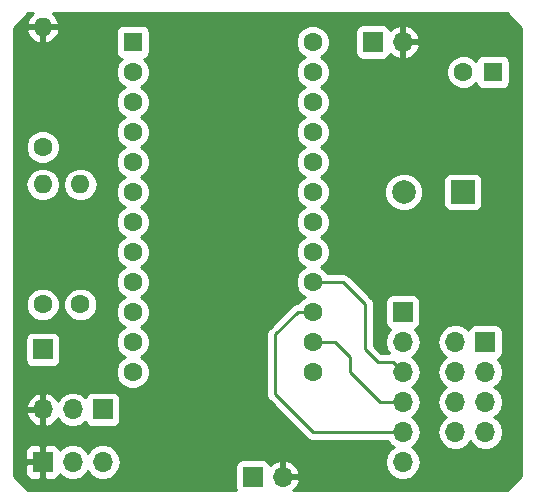
<source format=gbr>
G04 #@! TF.GenerationSoftware,KiCad,Pcbnew,5.0.1*
G04 #@! TF.CreationDate,2019-02-03T14:29:02+01:00*
G04 #@! TF.ProjectId,ardlantic,6172646C616E7469632E6B696361645F,rev?*
G04 #@! TF.SameCoordinates,Original*
G04 #@! TF.FileFunction,Copper,L2,Bot,Signal*
G04 #@! TF.FilePolarity,Positive*
%FSLAX46Y46*%
G04 Gerber Fmt 4.6, Leading zero omitted, Abs format (unit mm)*
G04 Created by KiCad (PCBNEW 5.0.1) date Sun 03 Feb 2019 02:29:02 PM CET*
%MOMM*%
%LPD*%
G01*
G04 APERTURE LIST*
G04 #@! TA.AperFunction,ComponentPad*
%ADD10R,2.000000X2.000000*%
G04 #@! TD*
G04 #@! TA.AperFunction,ComponentPad*
%ADD11C,2.000000*%
G04 #@! TD*
G04 #@! TA.AperFunction,ComponentPad*
%ADD12O,1.700000X1.700000*%
G04 #@! TD*
G04 #@! TA.AperFunction,ComponentPad*
%ADD13R,1.700000X1.700000*%
G04 #@! TD*
G04 #@! TA.AperFunction,ComponentPad*
%ADD14C,1.600000*%
G04 #@! TD*
G04 #@! TA.AperFunction,ComponentPad*
%ADD15O,1.600000X1.600000*%
G04 #@! TD*
G04 #@! TA.AperFunction,ComponentPad*
%ADD16R,1.600000X1.600000*%
G04 #@! TD*
G04 #@! TA.AperFunction,Conductor*
%ADD17C,0.250000*%
G04 #@! TD*
G04 #@! TA.AperFunction,Conductor*
%ADD18C,0.254000*%
G04 #@! TD*
G04 APERTURE END LIST*
D10*
G04 #@! TO.P,C1,1*
G04 #@! TO.N,Net-(C1-Pad1)*
X137160000Y-66040000D03*
D11*
G04 #@! TO.P,C1,2*
G04 #@! TO.N,/GND_NRF*
X132160000Y-66040000D03*
G04 #@! TD*
D12*
G04 #@! TO.P,J1 (DC),2*
G04 #@! TO.N,GND*
X132080000Y-53340000D03*
D13*
G04 #@! TO.P,J1 (DC),1*
G04 #@! TO.N,/VDC*
X129540000Y-53340000D03*
G04 #@! TD*
G04 #@! TO.P,J2,1*
G04 #@! TO.N,Net-(J2-Pad1)*
X101600000Y-79375000D03*
G04 #@! TD*
D12*
G04 #@! TO.P,J3 (IR),3*
G04 #@! TO.N,/DAT*
X106680000Y-88900000D03*
G04 #@! TO.P,J3 (IR),2*
G04 #@! TO.N,/VCC*
X104140000Y-88900000D03*
D13*
G04 #@! TO.P,J3 (IR),1*
G04 #@! TO.N,GND*
X101600000Y-88900000D03*
G04 #@! TD*
D12*
G04 #@! TO.P,J4,6*
G04 #@! TO.N,Net-(J4-Pad6)*
X132080000Y-88900000D03*
G04 #@! TO.P,J4,5*
G04 #@! TO.N,/M1*
X132080000Y-86360000D03*
G04 #@! TO.P,J4,4*
G04 #@! TO.N,/M0*
X132080000Y-83820000D03*
G04 #@! TO.P,J4,3*
G04 #@! TO.N,/SCK*
X132080000Y-81280000D03*
G04 #@! TO.P,J4,2*
G04 #@! TO.N,/CS*
X132080000Y-78740000D03*
D13*
G04 #@! TO.P,J4,1*
G04 #@! TO.N,/CE*
X132080000Y-76200000D03*
G04 #@! TD*
D12*
G04 #@! TO.P,J6,8*
G04 #@! TO.N,/M1_NRF*
X136525000Y-86360000D03*
G04 #@! TO.P,J6,7*
G04 #@! TO.N,Net-(J6-Pad7)*
X139065000Y-86360000D03*
G04 #@! TO.P,J6,6*
G04 #@! TO.N,/SCK_NRF*
X136525000Y-83820000D03*
G04 #@! TO.P,J6,5*
G04 #@! TO.N,Net-(J6-Pad5)*
X139065000Y-83820000D03*
G04 #@! TO.P,J6,4*
G04 #@! TO.N,/CE_NRF*
X136525000Y-81280000D03*
G04 #@! TO.P,J6,3*
G04 #@! TO.N,Net-(J6-Pad3)*
X139065000Y-81280000D03*
G04 #@! TO.P,J6,2*
G04 #@! TO.N,/GND_NRF*
X136525000Y-78740000D03*
D13*
G04 #@! TO.P,J6,1*
G04 #@! TO.N,Net-(C1-Pad1)*
X139065000Y-78740000D03*
G04 #@! TD*
G04 #@! TO.P,J5,1*
G04 #@! TO.N,/VCC*
X119380000Y-90170000D03*
D12*
G04 #@! TO.P,J5,2*
G04 #@! TO.N,GND*
X121920000Y-90170000D03*
G04 #@! TD*
D14*
G04 #@! TO.P,R1,1*
G04 #@! TO.N,Net-(J2-Pad1)*
X101600000Y-75565000D03*
D15*
G04 #@! TO.P,R1,2*
G04 #@! TO.N,Net-(R1-Pad2)*
X101600000Y-65405000D03*
G04 #@! TD*
G04 #@! TO.P,R2,2*
G04 #@! TO.N,GND*
X101600000Y-52070000D03*
D14*
G04 #@! TO.P,R2,1*
G04 #@! TO.N,Net-(R1-Pad2)*
X101600000Y-62230000D03*
G04 #@! TD*
D16*
G04 #@! TO.P,U1,1*
G04 #@! TO.N,Net-(U1-Pad1)*
X109220000Y-53340000D03*
D14*
G04 #@! TO.P,U1,2*
G04 #@! TO.N,Net-(U1-Pad2)*
X109220000Y-55880000D03*
G04 #@! TO.P,U1,3*
G04 #@! TO.N,/TDATA*
X109220000Y-58420000D03*
G04 #@! TO.P,U1,4*
G04 #@! TO.N,Net-(U1-Pad4)*
X109220000Y-60960000D03*
G04 #@! TO.P,U1,5*
G04 #@! TO.N,/CE*
X109220000Y-63500000D03*
G04 #@! TO.P,U1,6*
G04 #@! TO.N,/CS*
X109220000Y-66040000D03*
G04 #@! TO.P,U1,7*
G04 #@! TO.N,Net-(U1-Pad7)*
X109220000Y-68580000D03*
G04 #@! TO.P,U1,8*
G04 #@! TO.N,Net-(U1-Pad8)*
X109220000Y-71120000D03*
G04 #@! TO.P,U1,9*
G04 #@! TO.N,Net-(U1-Pad9)*
X109220000Y-73660000D03*
G04 #@! TO.P,U1,10*
G04 #@! TO.N,Net-(U1-Pad10)*
X109220000Y-76200000D03*
G04 #@! TO.P,U1,11*
G04 #@! TO.N,Net-(U1-Pad11)*
X109220000Y-78740000D03*
G04 #@! TO.P,U1,12*
G04 #@! TO.N,/DAT*
X109220000Y-81280000D03*
G04 #@! TO.P,U1,13*
G04 #@! TO.N,Net-(U1-Pad13)*
X124460000Y-81280000D03*
G04 #@! TO.P,U1,14*
G04 #@! TO.N,/M0*
X124460000Y-78740000D03*
G04 #@! TO.P,U1,15*
G04 #@! TO.N,/M1*
X124460000Y-76200000D03*
G04 #@! TO.P,U1,16*
G04 #@! TO.N,/SCK*
X124460000Y-73660000D03*
G04 #@! TO.P,U1,17*
G04 #@! TO.N,Net-(U1-Pad17)*
X124460000Y-71120000D03*
G04 #@! TO.P,U1,18*
G04 #@! TO.N,Net-(U1-Pad18)*
X124460000Y-68580000D03*
G04 #@! TO.P,U1,19*
G04 #@! TO.N,Net-(R1-Pad2)*
X124460000Y-66040000D03*
G04 #@! TO.P,U1,20*
G04 #@! TO.N,Net-(U1-Pad20)*
X124460000Y-63500000D03*
G04 #@! TO.P,U1,21*
G04 #@! TO.N,/VCC*
X124460000Y-60960000D03*
G04 #@! TO.P,U1,22*
G04 #@! TO.N,Net-(U1-Pad22)*
X124460000Y-58420000D03*
G04 #@! TO.P,U1,23*
G04 #@! TO.N,Net-(U1-Pad23)*
X124460000Y-55880000D03*
G04 #@! TO.P,U1,24*
G04 #@! TO.N,/VDC*
X124460000Y-53340000D03*
G04 #@! TD*
D16*
G04 #@! TO.P,C2,1*
G04 #@! TO.N,Net-(C1-Pad1)*
X139700000Y-55880000D03*
D14*
G04 #@! TO.P,C2,2*
G04 #@! TO.N,/GND_NRF*
X137200000Y-55880000D03*
G04 #@! TD*
D13*
G04 #@! TO.P,J7 (TEMP),1*
G04 #@! TO.N,/VCC*
X106680000Y-84455000D03*
D12*
G04 #@! TO.P,J7 (TEMP),2*
G04 #@! TO.N,/TDATA*
X104140000Y-84455000D03*
G04 #@! TO.P,J7 (TEMP),3*
G04 #@! TO.N,GND*
X101600000Y-84455000D03*
G04 #@! TD*
D14*
G04 #@! TO.P,R3,1*
G04 #@! TO.N,/TDATA*
X104775000Y-75565000D03*
D15*
G04 #@! TO.P,R3,2*
G04 #@! TO.N,/VCC*
X104775000Y-65405000D03*
G04 #@! TD*
D17*
G04 #@! TO.N,/SCK*
X131230001Y-80430001D02*
X129960001Y-80430001D01*
X132080000Y-81280000D02*
X131230001Y-80430001D01*
X129960001Y-80430001D02*
X128905000Y-79375000D01*
X128905000Y-79375000D02*
X128905000Y-75565000D01*
X127000000Y-73660000D02*
X124460000Y-73660000D01*
X128905000Y-75565000D02*
X127000000Y-73660000D01*
G04 #@! TO.N,/M0*
X132080000Y-83820000D02*
X130175000Y-83820000D01*
X130175000Y-83820000D02*
X127635000Y-81280000D01*
X127635000Y-81280000D02*
X127635000Y-80010000D01*
X127635000Y-80010000D02*
X126365000Y-78740000D01*
X126365000Y-78740000D02*
X124460000Y-78740000D01*
G04 #@! TO.N,/M1*
X123190000Y-76200000D02*
X124460000Y-76200000D01*
X121285000Y-78105000D02*
X123190000Y-76200000D01*
X121285000Y-83185000D02*
X121285000Y-78105000D01*
X132080000Y-86360000D02*
X124460000Y-86360000D01*
X124460000Y-86360000D02*
X121285000Y-83185000D01*
G04 #@! TD*
D18*
G04 #@! TO.N,GND*
G36*
X100447611Y-51214866D02*
X100208086Y-51720959D01*
X100329371Y-51943000D01*
X101473000Y-51943000D01*
X101473000Y-51923000D01*
X101727000Y-51923000D01*
X101727000Y-51943000D01*
X102870629Y-51943000D01*
X102991914Y-51720959D01*
X102752389Y-51214866D01*
X102434612Y-50927000D01*
X140917394Y-50927000D01*
X142113000Y-52122606D01*
X142113000Y-90117394D01*
X140917394Y-91313000D01*
X122828085Y-91313000D01*
X123115183Y-91051358D01*
X123361486Y-90526892D01*
X123240819Y-90297000D01*
X122047000Y-90297000D01*
X122047000Y-90317000D01*
X121793000Y-90317000D01*
X121793000Y-90297000D01*
X121773000Y-90297000D01*
X121773000Y-90043000D01*
X121793000Y-90043000D01*
X121793000Y-88849845D01*
X122047000Y-88849845D01*
X122047000Y-90043000D01*
X123240819Y-90043000D01*
X123361486Y-89813108D01*
X123115183Y-89288642D01*
X122686924Y-88898355D01*
X122276890Y-88728524D01*
X122047000Y-88849845D01*
X121793000Y-88849845D01*
X121563110Y-88728524D01*
X121153076Y-88898355D01*
X120848739Y-89175708D01*
X120828157Y-89072235D01*
X120687809Y-88862191D01*
X120477765Y-88721843D01*
X120230000Y-88672560D01*
X118530000Y-88672560D01*
X118282235Y-88721843D01*
X118072191Y-88862191D01*
X117931843Y-89072235D01*
X117882560Y-89320000D01*
X117882560Y-91020000D01*
X117931843Y-91267765D01*
X117962068Y-91313000D01*
X100382606Y-91313000D01*
X99187000Y-90117394D01*
X99187000Y-89185750D01*
X100115000Y-89185750D01*
X100115000Y-89876309D01*
X100211673Y-90109698D01*
X100390301Y-90288327D01*
X100623690Y-90385000D01*
X101314250Y-90385000D01*
X101473000Y-90226250D01*
X101473000Y-89027000D01*
X100273750Y-89027000D01*
X100115000Y-89185750D01*
X99187000Y-89185750D01*
X99187000Y-87923691D01*
X100115000Y-87923691D01*
X100115000Y-88614250D01*
X100273750Y-88773000D01*
X101473000Y-88773000D01*
X101473000Y-87573750D01*
X101727000Y-87573750D01*
X101727000Y-88773000D01*
X101747000Y-88773000D01*
X101747000Y-89027000D01*
X101727000Y-89027000D01*
X101727000Y-90226250D01*
X101885750Y-90385000D01*
X102576310Y-90385000D01*
X102809699Y-90288327D01*
X102988327Y-90109698D01*
X103054904Y-89948967D01*
X103069375Y-89970625D01*
X103560582Y-90298839D01*
X103993744Y-90385000D01*
X104286256Y-90385000D01*
X104719418Y-90298839D01*
X105210625Y-89970625D01*
X105410000Y-89672239D01*
X105609375Y-89970625D01*
X106100582Y-90298839D01*
X106533744Y-90385000D01*
X106826256Y-90385000D01*
X107259418Y-90298839D01*
X107750625Y-89970625D01*
X108078839Y-89479418D01*
X108194092Y-88900000D01*
X108078839Y-88320582D01*
X107750625Y-87829375D01*
X107259418Y-87501161D01*
X106826256Y-87415000D01*
X106533744Y-87415000D01*
X106100582Y-87501161D01*
X105609375Y-87829375D01*
X105410000Y-88127761D01*
X105210625Y-87829375D01*
X104719418Y-87501161D01*
X104286256Y-87415000D01*
X103993744Y-87415000D01*
X103560582Y-87501161D01*
X103069375Y-87829375D01*
X103054904Y-87851033D01*
X102988327Y-87690302D01*
X102809699Y-87511673D01*
X102576310Y-87415000D01*
X101885750Y-87415000D01*
X101727000Y-87573750D01*
X101473000Y-87573750D01*
X101314250Y-87415000D01*
X100623690Y-87415000D01*
X100390301Y-87511673D01*
X100211673Y-87690302D01*
X100115000Y-87923691D01*
X99187000Y-87923691D01*
X99187000Y-84811892D01*
X100158514Y-84811892D01*
X100404817Y-85336358D01*
X100833076Y-85726645D01*
X101243110Y-85896476D01*
X101473000Y-85775155D01*
X101473000Y-84582000D01*
X100279181Y-84582000D01*
X100158514Y-84811892D01*
X99187000Y-84811892D01*
X99187000Y-84098108D01*
X100158514Y-84098108D01*
X100279181Y-84328000D01*
X101473000Y-84328000D01*
X101473000Y-83134845D01*
X101727000Y-83134845D01*
X101727000Y-84328000D01*
X101747000Y-84328000D01*
X101747000Y-84582000D01*
X101727000Y-84582000D01*
X101727000Y-85775155D01*
X101956890Y-85896476D01*
X102366924Y-85726645D01*
X102795183Y-85336358D01*
X102856157Y-85206522D01*
X103069375Y-85525625D01*
X103560582Y-85853839D01*
X103993744Y-85940000D01*
X104286256Y-85940000D01*
X104719418Y-85853839D01*
X105210625Y-85525625D01*
X105222816Y-85507381D01*
X105231843Y-85552765D01*
X105372191Y-85762809D01*
X105582235Y-85903157D01*
X105830000Y-85952440D01*
X107530000Y-85952440D01*
X107777765Y-85903157D01*
X107987809Y-85762809D01*
X108128157Y-85552765D01*
X108177440Y-85305000D01*
X108177440Y-83605000D01*
X108128157Y-83357235D01*
X107987809Y-83147191D01*
X107777765Y-83006843D01*
X107530000Y-82957560D01*
X105830000Y-82957560D01*
X105582235Y-83006843D01*
X105372191Y-83147191D01*
X105231843Y-83357235D01*
X105222816Y-83402619D01*
X105210625Y-83384375D01*
X104719418Y-83056161D01*
X104286256Y-82970000D01*
X103993744Y-82970000D01*
X103560582Y-83056161D01*
X103069375Y-83384375D01*
X102856157Y-83703478D01*
X102795183Y-83573642D01*
X102366924Y-83183355D01*
X101956890Y-83013524D01*
X101727000Y-83134845D01*
X101473000Y-83134845D01*
X101243110Y-83013524D01*
X100833076Y-83183355D01*
X100404817Y-83573642D01*
X100158514Y-84098108D01*
X99187000Y-84098108D01*
X99187000Y-78525000D01*
X100102560Y-78525000D01*
X100102560Y-80225000D01*
X100151843Y-80472765D01*
X100292191Y-80682809D01*
X100502235Y-80823157D01*
X100750000Y-80872440D01*
X102450000Y-80872440D01*
X102697765Y-80823157D01*
X102907809Y-80682809D01*
X103048157Y-80472765D01*
X103097440Y-80225000D01*
X103097440Y-78525000D01*
X103048157Y-78277235D01*
X102907809Y-78067191D01*
X102697765Y-77926843D01*
X102450000Y-77877560D01*
X100750000Y-77877560D01*
X100502235Y-77926843D01*
X100292191Y-78067191D01*
X100151843Y-78277235D01*
X100102560Y-78525000D01*
X99187000Y-78525000D01*
X99187000Y-75279561D01*
X100165000Y-75279561D01*
X100165000Y-75850439D01*
X100383466Y-76377862D01*
X100787138Y-76781534D01*
X101314561Y-77000000D01*
X101885439Y-77000000D01*
X102412862Y-76781534D01*
X102816534Y-76377862D01*
X103035000Y-75850439D01*
X103035000Y-75279561D01*
X103340000Y-75279561D01*
X103340000Y-75850439D01*
X103558466Y-76377862D01*
X103962138Y-76781534D01*
X104489561Y-77000000D01*
X105060439Y-77000000D01*
X105587862Y-76781534D01*
X105991534Y-76377862D01*
X106210000Y-75850439D01*
X106210000Y-75279561D01*
X105991534Y-74752138D01*
X105587862Y-74348466D01*
X105060439Y-74130000D01*
X104489561Y-74130000D01*
X103962138Y-74348466D01*
X103558466Y-74752138D01*
X103340000Y-75279561D01*
X103035000Y-75279561D01*
X102816534Y-74752138D01*
X102412862Y-74348466D01*
X101885439Y-74130000D01*
X101314561Y-74130000D01*
X100787138Y-74348466D01*
X100383466Y-74752138D01*
X100165000Y-75279561D01*
X99187000Y-75279561D01*
X99187000Y-65405000D01*
X100136887Y-65405000D01*
X100248260Y-65964909D01*
X100565423Y-66439577D01*
X101040091Y-66756740D01*
X101458667Y-66840000D01*
X101741333Y-66840000D01*
X102159909Y-66756740D01*
X102634577Y-66439577D01*
X102951740Y-65964909D01*
X103063113Y-65405000D01*
X103311887Y-65405000D01*
X103423260Y-65964909D01*
X103740423Y-66439577D01*
X104215091Y-66756740D01*
X104633667Y-66840000D01*
X104916333Y-66840000D01*
X105334909Y-66756740D01*
X105809577Y-66439577D01*
X106126740Y-65964909D01*
X106238113Y-65405000D01*
X106126740Y-64845091D01*
X105809577Y-64370423D01*
X105334909Y-64053260D01*
X104916333Y-63970000D01*
X104633667Y-63970000D01*
X104215091Y-64053260D01*
X103740423Y-64370423D01*
X103423260Y-64845091D01*
X103311887Y-65405000D01*
X103063113Y-65405000D01*
X102951740Y-64845091D01*
X102634577Y-64370423D01*
X102159909Y-64053260D01*
X101741333Y-63970000D01*
X101458667Y-63970000D01*
X101040091Y-64053260D01*
X100565423Y-64370423D01*
X100248260Y-64845091D01*
X100136887Y-65405000D01*
X99187000Y-65405000D01*
X99187000Y-61944561D01*
X100165000Y-61944561D01*
X100165000Y-62515439D01*
X100383466Y-63042862D01*
X100787138Y-63446534D01*
X101314561Y-63665000D01*
X101885439Y-63665000D01*
X102412862Y-63446534D01*
X102816534Y-63042862D01*
X103035000Y-62515439D01*
X103035000Y-61944561D01*
X102816534Y-61417138D01*
X102412862Y-61013466D01*
X101885439Y-60795000D01*
X101314561Y-60795000D01*
X100787138Y-61013466D01*
X100383466Y-61417138D01*
X100165000Y-61944561D01*
X99187000Y-61944561D01*
X99187000Y-52419041D01*
X100208086Y-52419041D01*
X100447611Y-52925134D01*
X100862577Y-53301041D01*
X101250961Y-53461904D01*
X101473000Y-53339915D01*
X101473000Y-52197000D01*
X101727000Y-52197000D01*
X101727000Y-53339915D01*
X101949039Y-53461904D01*
X102337423Y-53301041D01*
X102752389Y-52925134D01*
X102934666Y-52540000D01*
X107772560Y-52540000D01*
X107772560Y-54140000D01*
X107821843Y-54387765D01*
X107962191Y-54597809D01*
X108172235Y-54738157D01*
X108305866Y-54764738D01*
X108003466Y-55067138D01*
X107785000Y-55594561D01*
X107785000Y-56165439D01*
X108003466Y-56692862D01*
X108407138Y-57096534D01*
X108536216Y-57150000D01*
X108407138Y-57203466D01*
X108003466Y-57607138D01*
X107785000Y-58134561D01*
X107785000Y-58705439D01*
X108003466Y-59232862D01*
X108407138Y-59636534D01*
X108536216Y-59690000D01*
X108407138Y-59743466D01*
X108003466Y-60147138D01*
X107785000Y-60674561D01*
X107785000Y-61245439D01*
X108003466Y-61772862D01*
X108407138Y-62176534D01*
X108536216Y-62230000D01*
X108407138Y-62283466D01*
X108003466Y-62687138D01*
X107785000Y-63214561D01*
X107785000Y-63785439D01*
X108003466Y-64312862D01*
X108407138Y-64716534D01*
X108536216Y-64770000D01*
X108407138Y-64823466D01*
X108003466Y-65227138D01*
X107785000Y-65754561D01*
X107785000Y-66325439D01*
X108003466Y-66852862D01*
X108407138Y-67256534D01*
X108536216Y-67310000D01*
X108407138Y-67363466D01*
X108003466Y-67767138D01*
X107785000Y-68294561D01*
X107785000Y-68865439D01*
X108003466Y-69392862D01*
X108407138Y-69796534D01*
X108536216Y-69850000D01*
X108407138Y-69903466D01*
X108003466Y-70307138D01*
X107785000Y-70834561D01*
X107785000Y-71405439D01*
X108003466Y-71932862D01*
X108407138Y-72336534D01*
X108536216Y-72390000D01*
X108407138Y-72443466D01*
X108003466Y-72847138D01*
X107785000Y-73374561D01*
X107785000Y-73945439D01*
X108003466Y-74472862D01*
X108407138Y-74876534D01*
X108536216Y-74930000D01*
X108407138Y-74983466D01*
X108003466Y-75387138D01*
X107785000Y-75914561D01*
X107785000Y-76485439D01*
X108003466Y-77012862D01*
X108407138Y-77416534D01*
X108536216Y-77470000D01*
X108407138Y-77523466D01*
X108003466Y-77927138D01*
X107785000Y-78454561D01*
X107785000Y-79025439D01*
X108003466Y-79552862D01*
X108407138Y-79956534D01*
X108536216Y-80010000D01*
X108407138Y-80063466D01*
X108003466Y-80467138D01*
X107785000Y-80994561D01*
X107785000Y-81565439D01*
X108003466Y-82092862D01*
X108407138Y-82496534D01*
X108934561Y-82715000D01*
X109505439Y-82715000D01*
X110032862Y-82496534D01*
X110436534Y-82092862D01*
X110655000Y-81565439D01*
X110655000Y-80994561D01*
X110436534Y-80467138D01*
X110032862Y-80063466D01*
X109903784Y-80010000D01*
X110032862Y-79956534D01*
X110436534Y-79552862D01*
X110655000Y-79025439D01*
X110655000Y-78454561D01*
X110510207Y-78105000D01*
X120510112Y-78105000D01*
X120525001Y-78179852D01*
X120525000Y-83110153D01*
X120510112Y-83185000D01*
X120525000Y-83259847D01*
X120525000Y-83259851D01*
X120569096Y-83481536D01*
X120737071Y-83732929D01*
X120800530Y-83775331D01*
X123869671Y-86844473D01*
X123912071Y-86907929D01*
X124163463Y-87075904D01*
X124385148Y-87120000D01*
X124385152Y-87120000D01*
X124459999Y-87134888D01*
X124534846Y-87120000D01*
X130801822Y-87120000D01*
X131009375Y-87430625D01*
X131307761Y-87630000D01*
X131009375Y-87829375D01*
X130681161Y-88320582D01*
X130565908Y-88900000D01*
X130681161Y-89479418D01*
X131009375Y-89970625D01*
X131500582Y-90298839D01*
X131933744Y-90385000D01*
X132226256Y-90385000D01*
X132659418Y-90298839D01*
X133150625Y-89970625D01*
X133478839Y-89479418D01*
X133594092Y-88900000D01*
X133478839Y-88320582D01*
X133150625Y-87829375D01*
X132852239Y-87630000D01*
X133150625Y-87430625D01*
X133478839Y-86939418D01*
X133594092Y-86360000D01*
X133478839Y-85780582D01*
X133150625Y-85289375D01*
X132852239Y-85090000D01*
X133150625Y-84890625D01*
X133478839Y-84399418D01*
X133594092Y-83820000D01*
X133478839Y-83240582D01*
X133150625Y-82749375D01*
X132852239Y-82550000D01*
X133150625Y-82350625D01*
X133478839Y-81859418D01*
X133594092Y-81280000D01*
X133478839Y-80700582D01*
X133150625Y-80209375D01*
X132852239Y-80010000D01*
X133150625Y-79810625D01*
X133478839Y-79319418D01*
X133594092Y-78740000D01*
X135010908Y-78740000D01*
X135126161Y-79319418D01*
X135454375Y-79810625D01*
X135752761Y-80010000D01*
X135454375Y-80209375D01*
X135126161Y-80700582D01*
X135010908Y-81280000D01*
X135126161Y-81859418D01*
X135454375Y-82350625D01*
X135752761Y-82550000D01*
X135454375Y-82749375D01*
X135126161Y-83240582D01*
X135010908Y-83820000D01*
X135126161Y-84399418D01*
X135454375Y-84890625D01*
X135752761Y-85090000D01*
X135454375Y-85289375D01*
X135126161Y-85780582D01*
X135010908Y-86360000D01*
X135126161Y-86939418D01*
X135454375Y-87430625D01*
X135945582Y-87758839D01*
X136378744Y-87845000D01*
X136671256Y-87845000D01*
X137104418Y-87758839D01*
X137595625Y-87430625D01*
X137795000Y-87132239D01*
X137994375Y-87430625D01*
X138485582Y-87758839D01*
X138918744Y-87845000D01*
X139211256Y-87845000D01*
X139644418Y-87758839D01*
X140135625Y-87430625D01*
X140463839Y-86939418D01*
X140579092Y-86360000D01*
X140463839Y-85780582D01*
X140135625Y-85289375D01*
X139837239Y-85090000D01*
X140135625Y-84890625D01*
X140463839Y-84399418D01*
X140579092Y-83820000D01*
X140463839Y-83240582D01*
X140135625Y-82749375D01*
X139837239Y-82550000D01*
X140135625Y-82350625D01*
X140463839Y-81859418D01*
X140579092Y-81280000D01*
X140463839Y-80700582D01*
X140135625Y-80209375D01*
X140117381Y-80197184D01*
X140162765Y-80188157D01*
X140372809Y-80047809D01*
X140513157Y-79837765D01*
X140562440Y-79590000D01*
X140562440Y-77890000D01*
X140513157Y-77642235D01*
X140372809Y-77432191D01*
X140162765Y-77291843D01*
X139915000Y-77242560D01*
X138215000Y-77242560D01*
X137967235Y-77291843D01*
X137757191Y-77432191D01*
X137616843Y-77642235D01*
X137607816Y-77687619D01*
X137595625Y-77669375D01*
X137104418Y-77341161D01*
X136671256Y-77255000D01*
X136378744Y-77255000D01*
X135945582Y-77341161D01*
X135454375Y-77669375D01*
X135126161Y-78160582D01*
X135010908Y-78740000D01*
X133594092Y-78740000D01*
X133478839Y-78160582D01*
X133150625Y-77669375D01*
X133132381Y-77657184D01*
X133177765Y-77648157D01*
X133387809Y-77507809D01*
X133528157Y-77297765D01*
X133577440Y-77050000D01*
X133577440Y-75350000D01*
X133528157Y-75102235D01*
X133387809Y-74892191D01*
X133177765Y-74751843D01*
X132930000Y-74702560D01*
X131230000Y-74702560D01*
X130982235Y-74751843D01*
X130772191Y-74892191D01*
X130631843Y-75102235D01*
X130582560Y-75350000D01*
X130582560Y-77050000D01*
X130631843Y-77297765D01*
X130772191Y-77507809D01*
X130982235Y-77648157D01*
X131027619Y-77657184D01*
X131009375Y-77669375D01*
X130681161Y-78160582D01*
X130565908Y-78740000D01*
X130681161Y-79319418D01*
X130915413Y-79670001D01*
X130274803Y-79670001D01*
X129665000Y-79060199D01*
X129665000Y-75639848D01*
X129679888Y-75565000D01*
X129665000Y-75490152D01*
X129665000Y-75490148D01*
X129620904Y-75268463D01*
X129620904Y-75268462D01*
X129495329Y-75080527D01*
X129452929Y-75017071D01*
X129389473Y-74974671D01*
X127590331Y-73175530D01*
X127547929Y-73112071D01*
X127296537Y-72944096D01*
X127074852Y-72900000D01*
X127074847Y-72900000D01*
X127000000Y-72885112D01*
X126925153Y-72900000D01*
X125698430Y-72900000D01*
X125676534Y-72847138D01*
X125272862Y-72443466D01*
X125143784Y-72390000D01*
X125272862Y-72336534D01*
X125676534Y-71932862D01*
X125895000Y-71405439D01*
X125895000Y-70834561D01*
X125676534Y-70307138D01*
X125272862Y-69903466D01*
X125143784Y-69850000D01*
X125272862Y-69796534D01*
X125676534Y-69392862D01*
X125895000Y-68865439D01*
X125895000Y-68294561D01*
X125676534Y-67767138D01*
X125272862Y-67363466D01*
X125143784Y-67310000D01*
X125272862Y-67256534D01*
X125676534Y-66852862D01*
X125895000Y-66325439D01*
X125895000Y-65754561D01*
X125878522Y-65714778D01*
X130525000Y-65714778D01*
X130525000Y-66365222D01*
X130773914Y-66966153D01*
X131233847Y-67426086D01*
X131834778Y-67675000D01*
X132485222Y-67675000D01*
X133086153Y-67426086D01*
X133546086Y-66966153D01*
X133795000Y-66365222D01*
X133795000Y-65714778D01*
X133546086Y-65113847D01*
X133472239Y-65040000D01*
X135512560Y-65040000D01*
X135512560Y-67040000D01*
X135561843Y-67287765D01*
X135702191Y-67497809D01*
X135912235Y-67638157D01*
X136160000Y-67687440D01*
X138160000Y-67687440D01*
X138407765Y-67638157D01*
X138617809Y-67497809D01*
X138758157Y-67287765D01*
X138807440Y-67040000D01*
X138807440Y-65040000D01*
X138758157Y-64792235D01*
X138617809Y-64582191D01*
X138407765Y-64441843D01*
X138160000Y-64392560D01*
X136160000Y-64392560D01*
X135912235Y-64441843D01*
X135702191Y-64582191D01*
X135561843Y-64792235D01*
X135512560Y-65040000D01*
X133472239Y-65040000D01*
X133086153Y-64653914D01*
X132485222Y-64405000D01*
X131834778Y-64405000D01*
X131233847Y-64653914D01*
X130773914Y-65113847D01*
X130525000Y-65714778D01*
X125878522Y-65714778D01*
X125676534Y-65227138D01*
X125272862Y-64823466D01*
X125143784Y-64770000D01*
X125272862Y-64716534D01*
X125676534Y-64312862D01*
X125895000Y-63785439D01*
X125895000Y-63214561D01*
X125676534Y-62687138D01*
X125272862Y-62283466D01*
X125143784Y-62230000D01*
X125272862Y-62176534D01*
X125676534Y-61772862D01*
X125895000Y-61245439D01*
X125895000Y-60674561D01*
X125676534Y-60147138D01*
X125272862Y-59743466D01*
X125143784Y-59690000D01*
X125272862Y-59636534D01*
X125676534Y-59232862D01*
X125895000Y-58705439D01*
X125895000Y-58134561D01*
X125676534Y-57607138D01*
X125272862Y-57203466D01*
X125143784Y-57150000D01*
X125272862Y-57096534D01*
X125676534Y-56692862D01*
X125895000Y-56165439D01*
X125895000Y-55594561D01*
X135765000Y-55594561D01*
X135765000Y-56165439D01*
X135983466Y-56692862D01*
X136387138Y-57096534D01*
X136914561Y-57315000D01*
X137485439Y-57315000D01*
X138012862Y-57096534D01*
X138281899Y-56827497D01*
X138301843Y-56927765D01*
X138442191Y-57137809D01*
X138652235Y-57278157D01*
X138900000Y-57327440D01*
X140500000Y-57327440D01*
X140747765Y-57278157D01*
X140957809Y-57137809D01*
X141098157Y-56927765D01*
X141147440Y-56680000D01*
X141147440Y-55080000D01*
X141098157Y-54832235D01*
X140957809Y-54622191D01*
X140747765Y-54481843D01*
X140500000Y-54432560D01*
X138900000Y-54432560D01*
X138652235Y-54481843D01*
X138442191Y-54622191D01*
X138301843Y-54832235D01*
X138281899Y-54932503D01*
X138012862Y-54663466D01*
X137485439Y-54445000D01*
X136914561Y-54445000D01*
X136387138Y-54663466D01*
X135983466Y-55067138D01*
X135765000Y-55594561D01*
X125895000Y-55594561D01*
X125676534Y-55067138D01*
X125272862Y-54663466D01*
X125143784Y-54610000D01*
X125272862Y-54556534D01*
X125676534Y-54152862D01*
X125895000Y-53625439D01*
X125895000Y-53054561D01*
X125676534Y-52527138D01*
X125639396Y-52490000D01*
X128042560Y-52490000D01*
X128042560Y-54190000D01*
X128091843Y-54437765D01*
X128232191Y-54647809D01*
X128442235Y-54788157D01*
X128690000Y-54837440D01*
X130390000Y-54837440D01*
X130637765Y-54788157D01*
X130847809Y-54647809D01*
X130988157Y-54437765D01*
X131008739Y-54334292D01*
X131313076Y-54611645D01*
X131723110Y-54781476D01*
X131953000Y-54660155D01*
X131953000Y-53467000D01*
X132207000Y-53467000D01*
X132207000Y-54660155D01*
X132436890Y-54781476D01*
X132846924Y-54611645D01*
X133275183Y-54221358D01*
X133521486Y-53696892D01*
X133400819Y-53467000D01*
X132207000Y-53467000D01*
X131953000Y-53467000D01*
X131933000Y-53467000D01*
X131933000Y-53213000D01*
X131953000Y-53213000D01*
X131953000Y-52019845D01*
X132207000Y-52019845D01*
X132207000Y-53213000D01*
X133400819Y-53213000D01*
X133521486Y-52983108D01*
X133275183Y-52458642D01*
X132846924Y-52068355D01*
X132436890Y-51898524D01*
X132207000Y-52019845D01*
X131953000Y-52019845D01*
X131723110Y-51898524D01*
X131313076Y-52068355D01*
X131008739Y-52345708D01*
X130988157Y-52242235D01*
X130847809Y-52032191D01*
X130637765Y-51891843D01*
X130390000Y-51842560D01*
X128690000Y-51842560D01*
X128442235Y-51891843D01*
X128232191Y-52032191D01*
X128091843Y-52242235D01*
X128042560Y-52490000D01*
X125639396Y-52490000D01*
X125272862Y-52123466D01*
X124745439Y-51905000D01*
X124174561Y-51905000D01*
X123647138Y-52123466D01*
X123243466Y-52527138D01*
X123025000Y-53054561D01*
X123025000Y-53625439D01*
X123243466Y-54152862D01*
X123647138Y-54556534D01*
X123776216Y-54610000D01*
X123647138Y-54663466D01*
X123243466Y-55067138D01*
X123025000Y-55594561D01*
X123025000Y-56165439D01*
X123243466Y-56692862D01*
X123647138Y-57096534D01*
X123776216Y-57150000D01*
X123647138Y-57203466D01*
X123243466Y-57607138D01*
X123025000Y-58134561D01*
X123025000Y-58705439D01*
X123243466Y-59232862D01*
X123647138Y-59636534D01*
X123776216Y-59690000D01*
X123647138Y-59743466D01*
X123243466Y-60147138D01*
X123025000Y-60674561D01*
X123025000Y-61245439D01*
X123243466Y-61772862D01*
X123647138Y-62176534D01*
X123776216Y-62230000D01*
X123647138Y-62283466D01*
X123243466Y-62687138D01*
X123025000Y-63214561D01*
X123025000Y-63785439D01*
X123243466Y-64312862D01*
X123647138Y-64716534D01*
X123776216Y-64770000D01*
X123647138Y-64823466D01*
X123243466Y-65227138D01*
X123025000Y-65754561D01*
X123025000Y-66325439D01*
X123243466Y-66852862D01*
X123647138Y-67256534D01*
X123776216Y-67310000D01*
X123647138Y-67363466D01*
X123243466Y-67767138D01*
X123025000Y-68294561D01*
X123025000Y-68865439D01*
X123243466Y-69392862D01*
X123647138Y-69796534D01*
X123776216Y-69850000D01*
X123647138Y-69903466D01*
X123243466Y-70307138D01*
X123025000Y-70834561D01*
X123025000Y-71405439D01*
X123243466Y-71932862D01*
X123647138Y-72336534D01*
X123776216Y-72390000D01*
X123647138Y-72443466D01*
X123243466Y-72847138D01*
X123025000Y-73374561D01*
X123025000Y-73945439D01*
X123243466Y-74472862D01*
X123647138Y-74876534D01*
X123776216Y-74930000D01*
X123647138Y-74983466D01*
X123243466Y-75387138D01*
X123224864Y-75432047D01*
X123190000Y-75425112D01*
X123115152Y-75440000D01*
X123115148Y-75440000D01*
X122941605Y-75474520D01*
X122893462Y-75484096D01*
X122706418Y-75609076D01*
X122642071Y-75652071D01*
X122599671Y-75715527D01*
X120800528Y-77514671D01*
X120737072Y-77557071D01*
X120569097Y-77808463D01*
X120537938Y-77965112D01*
X120510112Y-78105000D01*
X110510207Y-78105000D01*
X110436534Y-77927138D01*
X110032862Y-77523466D01*
X109903784Y-77470000D01*
X110032862Y-77416534D01*
X110436534Y-77012862D01*
X110655000Y-76485439D01*
X110655000Y-75914561D01*
X110436534Y-75387138D01*
X110032862Y-74983466D01*
X109903784Y-74930000D01*
X110032862Y-74876534D01*
X110436534Y-74472862D01*
X110655000Y-73945439D01*
X110655000Y-73374561D01*
X110436534Y-72847138D01*
X110032862Y-72443466D01*
X109903784Y-72390000D01*
X110032862Y-72336534D01*
X110436534Y-71932862D01*
X110655000Y-71405439D01*
X110655000Y-70834561D01*
X110436534Y-70307138D01*
X110032862Y-69903466D01*
X109903784Y-69850000D01*
X110032862Y-69796534D01*
X110436534Y-69392862D01*
X110655000Y-68865439D01*
X110655000Y-68294561D01*
X110436534Y-67767138D01*
X110032862Y-67363466D01*
X109903784Y-67310000D01*
X110032862Y-67256534D01*
X110436534Y-66852862D01*
X110655000Y-66325439D01*
X110655000Y-65754561D01*
X110436534Y-65227138D01*
X110032862Y-64823466D01*
X109903784Y-64770000D01*
X110032862Y-64716534D01*
X110436534Y-64312862D01*
X110655000Y-63785439D01*
X110655000Y-63214561D01*
X110436534Y-62687138D01*
X110032862Y-62283466D01*
X109903784Y-62230000D01*
X110032862Y-62176534D01*
X110436534Y-61772862D01*
X110655000Y-61245439D01*
X110655000Y-60674561D01*
X110436534Y-60147138D01*
X110032862Y-59743466D01*
X109903784Y-59690000D01*
X110032862Y-59636534D01*
X110436534Y-59232862D01*
X110655000Y-58705439D01*
X110655000Y-58134561D01*
X110436534Y-57607138D01*
X110032862Y-57203466D01*
X109903784Y-57150000D01*
X110032862Y-57096534D01*
X110436534Y-56692862D01*
X110655000Y-56165439D01*
X110655000Y-55594561D01*
X110436534Y-55067138D01*
X110134134Y-54764738D01*
X110267765Y-54738157D01*
X110477809Y-54597809D01*
X110618157Y-54387765D01*
X110667440Y-54140000D01*
X110667440Y-52540000D01*
X110618157Y-52292235D01*
X110477809Y-52082191D01*
X110267765Y-51941843D01*
X110020000Y-51892560D01*
X108420000Y-51892560D01*
X108172235Y-51941843D01*
X107962191Y-52082191D01*
X107821843Y-52292235D01*
X107772560Y-52540000D01*
X102934666Y-52540000D01*
X102991914Y-52419041D01*
X102870629Y-52197000D01*
X101727000Y-52197000D01*
X101473000Y-52197000D01*
X100329371Y-52197000D01*
X100208086Y-52419041D01*
X99187000Y-52419041D01*
X99187000Y-52122606D01*
X100382606Y-50927000D01*
X100765388Y-50927000D01*
X100447611Y-51214866D01*
X100447611Y-51214866D01*
G37*
X100447611Y-51214866D02*
X100208086Y-51720959D01*
X100329371Y-51943000D01*
X101473000Y-51943000D01*
X101473000Y-51923000D01*
X101727000Y-51923000D01*
X101727000Y-51943000D01*
X102870629Y-51943000D01*
X102991914Y-51720959D01*
X102752389Y-51214866D01*
X102434612Y-50927000D01*
X140917394Y-50927000D01*
X142113000Y-52122606D01*
X142113000Y-90117394D01*
X140917394Y-91313000D01*
X122828085Y-91313000D01*
X123115183Y-91051358D01*
X123361486Y-90526892D01*
X123240819Y-90297000D01*
X122047000Y-90297000D01*
X122047000Y-90317000D01*
X121793000Y-90317000D01*
X121793000Y-90297000D01*
X121773000Y-90297000D01*
X121773000Y-90043000D01*
X121793000Y-90043000D01*
X121793000Y-88849845D01*
X122047000Y-88849845D01*
X122047000Y-90043000D01*
X123240819Y-90043000D01*
X123361486Y-89813108D01*
X123115183Y-89288642D01*
X122686924Y-88898355D01*
X122276890Y-88728524D01*
X122047000Y-88849845D01*
X121793000Y-88849845D01*
X121563110Y-88728524D01*
X121153076Y-88898355D01*
X120848739Y-89175708D01*
X120828157Y-89072235D01*
X120687809Y-88862191D01*
X120477765Y-88721843D01*
X120230000Y-88672560D01*
X118530000Y-88672560D01*
X118282235Y-88721843D01*
X118072191Y-88862191D01*
X117931843Y-89072235D01*
X117882560Y-89320000D01*
X117882560Y-91020000D01*
X117931843Y-91267765D01*
X117962068Y-91313000D01*
X100382606Y-91313000D01*
X99187000Y-90117394D01*
X99187000Y-89185750D01*
X100115000Y-89185750D01*
X100115000Y-89876309D01*
X100211673Y-90109698D01*
X100390301Y-90288327D01*
X100623690Y-90385000D01*
X101314250Y-90385000D01*
X101473000Y-90226250D01*
X101473000Y-89027000D01*
X100273750Y-89027000D01*
X100115000Y-89185750D01*
X99187000Y-89185750D01*
X99187000Y-87923691D01*
X100115000Y-87923691D01*
X100115000Y-88614250D01*
X100273750Y-88773000D01*
X101473000Y-88773000D01*
X101473000Y-87573750D01*
X101727000Y-87573750D01*
X101727000Y-88773000D01*
X101747000Y-88773000D01*
X101747000Y-89027000D01*
X101727000Y-89027000D01*
X101727000Y-90226250D01*
X101885750Y-90385000D01*
X102576310Y-90385000D01*
X102809699Y-90288327D01*
X102988327Y-90109698D01*
X103054904Y-89948967D01*
X103069375Y-89970625D01*
X103560582Y-90298839D01*
X103993744Y-90385000D01*
X104286256Y-90385000D01*
X104719418Y-90298839D01*
X105210625Y-89970625D01*
X105410000Y-89672239D01*
X105609375Y-89970625D01*
X106100582Y-90298839D01*
X106533744Y-90385000D01*
X106826256Y-90385000D01*
X107259418Y-90298839D01*
X107750625Y-89970625D01*
X108078839Y-89479418D01*
X108194092Y-88900000D01*
X108078839Y-88320582D01*
X107750625Y-87829375D01*
X107259418Y-87501161D01*
X106826256Y-87415000D01*
X106533744Y-87415000D01*
X106100582Y-87501161D01*
X105609375Y-87829375D01*
X105410000Y-88127761D01*
X105210625Y-87829375D01*
X104719418Y-87501161D01*
X104286256Y-87415000D01*
X103993744Y-87415000D01*
X103560582Y-87501161D01*
X103069375Y-87829375D01*
X103054904Y-87851033D01*
X102988327Y-87690302D01*
X102809699Y-87511673D01*
X102576310Y-87415000D01*
X101885750Y-87415000D01*
X101727000Y-87573750D01*
X101473000Y-87573750D01*
X101314250Y-87415000D01*
X100623690Y-87415000D01*
X100390301Y-87511673D01*
X100211673Y-87690302D01*
X100115000Y-87923691D01*
X99187000Y-87923691D01*
X99187000Y-84811892D01*
X100158514Y-84811892D01*
X100404817Y-85336358D01*
X100833076Y-85726645D01*
X101243110Y-85896476D01*
X101473000Y-85775155D01*
X101473000Y-84582000D01*
X100279181Y-84582000D01*
X100158514Y-84811892D01*
X99187000Y-84811892D01*
X99187000Y-84098108D01*
X100158514Y-84098108D01*
X100279181Y-84328000D01*
X101473000Y-84328000D01*
X101473000Y-83134845D01*
X101727000Y-83134845D01*
X101727000Y-84328000D01*
X101747000Y-84328000D01*
X101747000Y-84582000D01*
X101727000Y-84582000D01*
X101727000Y-85775155D01*
X101956890Y-85896476D01*
X102366924Y-85726645D01*
X102795183Y-85336358D01*
X102856157Y-85206522D01*
X103069375Y-85525625D01*
X103560582Y-85853839D01*
X103993744Y-85940000D01*
X104286256Y-85940000D01*
X104719418Y-85853839D01*
X105210625Y-85525625D01*
X105222816Y-85507381D01*
X105231843Y-85552765D01*
X105372191Y-85762809D01*
X105582235Y-85903157D01*
X105830000Y-85952440D01*
X107530000Y-85952440D01*
X107777765Y-85903157D01*
X107987809Y-85762809D01*
X108128157Y-85552765D01*
X108177440Y-85305000D01*
X108177440Y-83605000D01*
X108128157Y-83357235D01*
X107987809Y-83147191D01*
X107777765Y-83006843D01*
X107530000Y-82957560D01*
X105830000Y-82957560D01*
X105582235Y-83006843D01*
X105372191Y-83147191D01*
X105231843Y-83357235D01*
X105222816Y-83402619D01*
X105210625Y-83384375D01*
X104719418Y-83056161D01*
X104286256Y-82970000D01*
X103993744Y-82970000D01*
X103560582Y-83056161D01*
X103069375Y-83384375D01*
X102856157Y-83703478D01*
X102795183Y-83573642D01*
X102366924Y-83183355D01*
X101956890Y-83013524D01*
X101727000Y-83134845D01*
X101473000Y-83134845D01*
X101243110Y-83013524D01*
X100833076Y-83183355D01*
X100404817Y-83573642D01*
X100158514Y-84098108D01*
X99187000Y-84098108D01*
X99187000Y-78525000D01*
X100102560Y-78525000D01*
X100102560Y-80225000D01*
X100151843Y-80472765D01*
X100292191Y-80682809D01*
X100502235Y-80823157D01*
X100750000Y-80872440D01*
X102450000Y-80872440D01*
X102697765Y-80823157D01*
X102907809Y-80682809D01*
X103048157Y-80472765D01*
X103097440Y-80225000D01*
X103097440Y-78525000D01*
X103048157Y-78277235D01*
X102907809Y-78067191D01*
X102697765Y-77926843D01*
X102450000Y-77877560D01*
X100750000Y-77877560D01*
X100502235Y-77926843D01*
X100292191Y-78067191D01*
X100151843Y-78277235D01*
X100102560Y-78525000D01*
X99187000Y-78525000D01*
X99187000Y-75279561D01*
X100165000Y-75279561D01*
X100165000Y-75850439D01*
X100383466Y-76377862D01*
X100787138Y-76781534D01*
X101314561Y-77000000D01*
X101885439Y-77000000D01*
X102412862Y-76781534D01*
X102816534Y-76377862D01*
X103035000Y-75850439D01*
X103035000Y-75279561D01*
X103340000Y-75279561D01*
X103340000Y-75850439D01*
X103558466Y-76377862D01*
X103962138Y-76781534D01*
X104489561Y-77000000D01*
X105060439Y-77000000D01*
X105587862Y-76781534D01*
X105991534Y-76377862D01*
X106210000Y-75850439D01*
X106210000Y-75279561D01*
X105991534Y-74752138D01*
X105587862Y-74348466D01*
X105060439Y-74130000D01*
X104489561Y-74130000D01*
X103962138Y-74348466D01*
X103558466Y-74752138D01*
X103340000Y-75279561D01*
X103035000Y-75279561D01*
X102816534Y-74752138D01*
X102412862Y-74348466D01*
X101885439Y-74130000D01*
X101314561Y-74130000D01*
X100787138Y-74348466D01*
X100383466Y-74752138D01*
X100165000Y-75279561D01*
X99187000Y-75279561D01*
X99187000Y-65405000D01*
X100136887Y-65405000D01*
X100248260Y-65964909D01*
X100565423Y-66439577D01*
X101040091Y-66756740D01*
X101458667Y-66840000D01*
X101741333Y-66840000D01*
X102159909Y-66756740D01*
X102634577Y-66439577D01*
X102951740Y-65964909D01*
X103063113Y-65405000D01*
X103311887Y-65405000D01*
X103423260Y-65964909D01*
X103740423Y-66439577D01*
X104215091Y-66756740D01*
X104633667Y-66840000D01*
X104916333Y-66840000D01*
X105334909Y-66756740D01*
X105809577Y-66439577D01*
X106126740Y-65964909D01*
X106238113Y-65405000D01*
X106126740Y-64845091D01*
X105809577Y-64370423D01*
X105334909Y-64053260D01*
X104916333Y-63970000D01*
X104633667Y-63970000D01*
X104215091Y-64053260D01*
X103740423Y-64370423D01*
X103423260Y-64845091D01*
X103311887Y-65405000D01*
X103063113Y-65405000D01*
X102951740Y-64845091D01*
X102634577Y-64370423D01*
X102159909Y-64053260D01*
X101741333Y-63970000D01*
X101458667Y-63970000D01*
X101040091Y-64053260D01*
X100565423Y-64370423D01*
X100248260Y-64845091D01*
X100136887Y-65405000D01*
X99187000Y-65405000D01*
X99187000Y-61944561D01*
X100165000Y-61944561D01*
X100165000Y-62515439D01*
X100383466Y-63042862D01*
X100787138Y-63446534D01*
X101314561Y-63665000D01*
X101885439Y-63665000D01*
X102412862Y-63446534D01*
X102816534Y-63042862D01*
X103035000Y-62515439D01*
X103035000Y-61944561D01*
X102816534Y-61417138D01*
X102412862Y-61013466D01*
X101885439Y-60795000D01*
X101314561Y-60795000D01*
X100787138Y-61013466D01*
X100383466Y-61417138D01*
X100165000Y-61944561D01*
X99187000Y-61944561D01*
X99187000Y-52419041D01*
X100208086Y-52419041D01*
X100447611Y-52925134D01*
X100862577Y-53301041D01*
X101250961Y-53461904D01*
X101473000Y-53339915D01*
X101473000Y-52197000D01*
X101727000Y-52197000D01*
X101727000Y-53339915D01*
X101949039Y-53461904D01*
X102337423Y-53301041D01*
X102752389Y-52925134D01*
X102934666Y-52540000D01*
X107772560Y-52540000D01*
X107772560Y-54140000D01*
X107821843Y-54387765D01*
X107962191Y-54597809D01*
X108172235Y-54738157D01*
X108305866Y-54764738D01*
X108003466Y-55067138D01*
X107785000Y-55594561D01*
X107785000Y-56165439D01*
X108003466Y-56692862D01*
X108407138Y-57096534D01*
X108536216Y-57150000D01*
X108407138Y-57203466D01*
X108003466Y-57607138D01*
X107785000Y-58134561D01*
X107785000Y-58705439D01*
X108003466Y-59232862D01*
X108407138Y-59636534D01*
X108536216Y-59690000D01*
X108407138Y-59743466D01*
X108003466Y-60147138D01*
X107785000Y-60674561D01*
X107785000Y-61245439D01*
X108003466Y-61772862D01*
X108407138Y-62176534D01*
X108536216Y-62230000D01*
X108407138Y-62283466D01*
X108003466Y-62687138D01*
X107785000Y-63214561D01*
X107785000Y-63785439D01*
X108003466Y-64312862D01*
X108407138Y-64716534D01*
X108536216Y-64770000D01*
X108407138Y-64823466D01*
X108003466Y-65227138D01*
X107785000Y-65754561D01*
X107785000Y-66325439D01*
X108003466Y-66852862D01*
X108407138Y-67256534D01*
X108536216Y-67310000D01*
X108407138Y-67363466D01*
X108003466Y-67767138D01*
X107785000Y-68294561D01*
X107785000Y-68865439D01*
X108003466Y-69392862D01*
X108407138Y-69796534D01*
X108536216Y-69850000D01*
X108407138Y-69903466D01*
X108003466Y-70307138D01*
X107785000Y-70834561D01*
X107785000Y-71405439D01*
X108003466Y-71932862D01*
X108407138Y-72336534D01*
X108536216Y-72390000D01*
X108407138Y-72443466D01*
X108003466Y-72847138D01*
X107785000Y-73374561D01*
X107785000Y-73945439D01*
X108003466Y-74472862D01*
X108407138Y-74876534D01*
X108536216Y-74930000D01*
X108407138Y-74983466D01*
X108003466Y-75387138D01*
X107785000Y-75914561D01*
X107785000Y-76485439D01*
X108003466Y-77012862D01*
X108407138Y-77416534D01*
X108536216Y-77470000D01*
X108407138Y-77523466D01*
X108003466Y-77927138D01*
X107785000Y-78454561D01*
X107785000Y-79025439D01*
X108003466Y-79552862D01*
X108407138Y-79956534D01*
X108536216Y-80010000D01*
X108407138Y-80063466D01*
X108003466Y-80467138D01*
X107785000Y-80994561D01*
X107785000Y-81565439D01*
X108003466Y-82092862D01*
X108407138Y-82496534D01*
X108934561Y-82715000D01*
X109505439Y-82715000D01*
X110032862Y-82496534D01*
X110436534Y-82092862D01*
X110655000Y-81565439D01*
X110655000Y-80994561D01*
X110436534Y-80467138D01*
X110032862Y-80063466D01*
X109903784Y-80010000D01*
X110032862Y-79956534D01*
X110436534Y-79552862D01*
X110655000Y-79025439D01*
X110655000Y-78454561D01*
X110510207Y-78105000D01*
X120510112Y-78105000D01*
X120525001Y-78179852D01*
X120525000Y-83110153D01*
X120510112Y-83185000D01*
X120525000Y-83259847D01*
X120525000Y-83259851D01*
X120569096Y-83481536D01*
X120737071Y-83732929D01*
X120800530Y-83775331D01*
X123869671Y-86844473D01*
X123912071Y-86907929D01*
X124163463Y-87075904D01*
X124385148Y-87120000D01*
X124385152Y-87120000D01*
X124459999Y-87134888D01*
X124534846Y-87120000D01*
X130801822Y-87120000D01*
X131009375Y-87430625D01*
X131307761Y-87630000D01*
X131009375Y-87829375D01*
X130681161Y-88320582D01*
X130565908Y-88900000D01*
X130681161Y-89479418D01*
X131009375Y-89970625D01*
X131500582Y-90298839D01*
X131933744Y-90385000D01*
X132226256Y-90385000D01*
X132659418Y-90298839D01*
X133150625Y-89970625D01*
X133478839Y-89479418D01*
X133594092Y-88900000D01*
X133478839Y-88320582D01*
X133150625Y-87829375D01*
X132852239Y-87630000D01*
X133150625Y-87430625D01*
X133478839Y-86939418D01*
X133594092Y-86360000D01*
X133478839Y-85780582D01*
X133150625Y-85289375D01*
X132852239Y-85090000D01*
X133150625Y-84890625D01*
X133478839Y-84399418D01*
X133594092Y-83820000D01*
X133478839Y-83240582D01*
X133150625Y-82749375D01*
X132852239Y-82550000D01*
X133150625Y-82350625D01*
X133478839Y-81859418D01*
X133594092Y-81280000D01*
X133478839Y-80700582D01*
X133150625Y-80209375D01*
X132852239Y-80010000D01*
X133150625Y-79810625D01*
X133478839Y-79319418D01*
X133594092Y-78740000D01*
X135010908Y-78740000D01*
X135126161Y-79319418D01*
X135454375Y-79810625D01*
X135752761Y-80010000D01*
X135454375Y-80209375D01*
X135126161Y-80700582D01*
X135010908Y-81280000D01*
X135126161Y-81859418D01*
X135454375Y-82350625D01*
X135752761Y-82550000D01*
X135454375Y-82749375D01*
X135126161Y-83240582D01*
X135010908Y-83820000D01*
X135126161Y-84399418D01*
X135454375Y-84890625D01*
X135752761Y-85090000D01*
X135454375Y-85289375D01*
X135126161Y-85780582D01*
X135010908Y-86360000D01*
X135126161Y-86939418D01*
X135454375Y-87430625D01*
X135945582Y-87758839D01*
X136378744Y-87845000D01*
X136671256Y-87845000D01*
X137104418Y-87758839D01*
X137595625Y-87430625D01*
X137795000Y-87132239D01*
X137994375Y-87430625D01*
X138485582Y-87758839D01*
X138918744Y-87845000D01*
X139211256Y-87845000D01*
X139644418Y-87758839D01*
X140135625Y-87430625D01*
X140463839Y-86939418D01*
X140579092Y-86360000D01*
X140463839Y-85780582D01*
X140135625Y-85289375D01*
X139837239Y-85090000D01*
X140135625Y-84890625D01*
X140463839Y-84399418D01*
X140579092Y-83820000D01*
X140463839Y-83240582D01*
X140135625Y-82749375D01*
X139837239Y-82550000D01*
X140135625Y-82350625D01*
X140463839Y-81859418D01*
X140579092Y-81280000D01*
X140463839Y-80700582D01*
X140135625Y-80209375D01*
X140117381Y-80197184D01*
X140162765Y-80188157D01*
X140372809Y-80047809D01*
X140513157Y-79837765D01*
X140562440Y-79590000D01*
X140562440Y-77890000D01*
X140513157Y-77642235D01*
X140372809Y-77432191D01*
X140162765Y-77291843D01*
X139915000Y-77242560D01*
X138215000Y-77242560D01*
X137967235Y-77291843D01*
X137757191Y-77432191D01*
X137616843Y-77642235D01*
X137607816Y-77687619D01*
X137595625Y-77669375D01*
X137104418Y-77341161D01*
X136671256Y-77255000D01*
X136378744Y-77255000D01*
X135945582Y-77341161D01*
X135454375Y-77669375D01*
X135126161Y-78160582D01*
X135010908Y-78740000D01*
X133594092Y-78740000D01*
X133478839Y-78160582D01*
X133150625Y-77669375D01*
X133132381Y-77657184D01*
X133177765Y-77648157D01*
X133387809Y-77507809D01*
X133528157Y-77297765D01*
X133577440Y-77050000D01*
X133577440Y-75350000D01*
X133528157Y-75102235D01*
X133387809Y-74892191D01*
X133177765Y-74751843D01*
X132930000Y-74702560D01*
X131230000Y-74702560D01*
X130982235Y-74751843D01*
X130772191Y-74892191D01*
X130631843Y-75102235D01*
X130582560Y-75350000D01*
X130582560Y-77050000D01*
X130631843Y-77297765D01*
X130772191Y-77507809D01*
X130982235Y-77648157D01*
X131027619Y-77657184D01*
X131009375Y-77669375D01*
X130681161Y-78160582D01*
X130565908Y-78740000D01*
X130681161Y-79319418D01*
X130915413Y-79670001D01*
X130274803Y-79670001D01*
X129665000Y-79060199D01*
X129665000Y-75639848D01*
X129679888Y-75565000D01*
X129665000Y-75490152D01*
X129665000Y-75490148D01*
X129620904Y-75268463D01*
X129620904Y-75268462D01*
X129495329Y-75080527D01*
X129452929Y-75017071D01*
X129389473Y-74974671D01*
X127590331Y-73175530D01*
X127547929Y-73112071D01*
X127296537Y-72944096D01*
X127074852Y-72900000D01*
X127074847Y-72900000D01*
X127000000Y-72885112D01*
X126925153Y-72900000D01*
X125698430Y-72900000D01*
X125676534Y-72847138D01*
X125272862Y-72443466D01*
X125143784Y-72390000D01*
X125272862Y-72336534D01*
X125676534Y-71932862D01*
X125895000Y-71405439D01*
X125895000Y-70834561D01*
X125676534Y-70307138D01*
X125272862Y-69903466D01*
X125143784Y-69850000D01*
X125272862Y-69796534D01*
X125676534Y-69392862D01*
X125895000Y-68865439D01*
X125895000Y-68294561D01*
X125676534Y-67767138D01*
X125272862Y-67363466D01*
X125143784Y-67310000D01*
X125272862Y-67256534D01*
X125676534Y-66852862D01*
X125895000Y-66325439D01*
X125895000Y-65754561D01*
X125878522Y-65714778D01*
X130525000Y-65714778D01*
X130525000Y-66365222D01*
X130773914Y-66966153D01*
X131233847Y-67426086D01*
X131834778Y-67675000D01*
X132485222Y-67675000D01*
X133086153Y-67426086D01*
X133546086Y-66966153D01*
X133795000Y-66365222D01*
X133795000Y-65714778D01*
X133546086Y-65113847D01*
X133472239Y-65040000D01*
X135512560Y-65040000D01*
X135512560Y-67040000D01*
X135561843Y-67287765D01*
X135702191Y-67497809D01*
X135912235Y-67638157D01*
X136160000Y-67687440D01*
X138160000Y-67687440D01*
X138407765Y-67638157D01*
X138617809Y-67497809D01*
X138758157Y-67287765D01*
X138807440Y-67040000D01*
X138807440Y-65040000D01*
X138758157Y-64792235D01*
X138617809Y-64582191D01*
X138407765Y-64441843D01*
X138160000Y-64392560D01*
X136160000Y-64392560D01*
X135912235Y-64441843D01*
X135702191Y-64582191D01*
X135561843Y-64792235D01*
X135512560Y-65040000D01*
X133472239Y-65040000D01*
X133086153Y-64653914D01*
X132485222Y-64405000D01*
X131834778Y-64405000D01*
X131233847Y-64653914D01*
X130773914Y-65113847D01*
X130525000Y-65714778D01*
X125878522Y-65714778D01*
X125676534Y-65227138D01*
X125272862Y-64823466D01*
X125143784Y-64770000D01*
X125272862Y-64716534D01*
X125676534Y-64312862D01*
X125895000Y-63785439D01*
X125895000Y-63214561D01*
X125676534Y-62687138D01*
X125272862Y-62283466D01*
X125143784Y-62230000D01*
X125272862Y-62176534D01*
X125676534Y-61772862D01*
X125895000Y-61245439D01*
X125895000Y-60674561D01*
X125676534Y-60147138D01*
X125272862Y-59743466D01*
X125143784Y-59690000D01*
X125272862Y-59636534D01*
X125676534Y-59232862D01*
X125895000Y-58705439D01*
X125895000Y-58134561D01*
X125676534Y-57607138D01*
X125272862Y-57203466D01*
X125143784Y-57150000D01*
X125272862Y-57096534D01*
X125676534Y-56692862D01*
X125895000Y-56165439D01*
X125895000Y-55594561D01*
X135765000Y-55594561D01*
X135765000Y-56165439D01*
X135983466Y-56692862D01*
X136387138Y-57096534D01*
X136914561Y-57315000D01*
X137485439Y-57315000D01*
X138012862Y-57096534D01*
X138281899Y-56827497D01*
X138301843Y-56927765D01*
X138442191Y-57137809D01*
X138652235Y-57278157D01*
X138900000Y-57327440D01*
X140500000Y-57327440D01*
X140747765Y-57278157D01*
X140957809Y-57137809D01*
X141098157Y-56927765D01*
X141147440Y-56680000D01*
X141147440Y-55080000D01*
X141098157Y-54832235D01*
X140957809Y-54622191D01*
X140747765Y-54481843D01*
X140500000Y-54432560D01*
X138900000Y-54432560D01*
X138652235Y-54481843D01*
X138442191Y-54622191D01*
X138301843Y-54832235D01*
X138281899Y-54932503D01*
X138012862Y-54663466D01*
X137485439Y-54445000D01*
X136914561Y-54445000D01*
X136387138Y-54663466D01*
X135983466Y-55067138D01*
X135765000Y-55594561D01*
X125895000Y-55594561D01*
X125676534Y-55067138D01*
X125272862Y-54663466D01*
X125143784Y-54610000D01*
X125272862Y-54556534D01*
X125676534Y-54152862D01*
X125895000Y-53625439D01*
X125895000Y-53054561D01*
X125676534Y-52527138D01*
X125639396Y-52490000D01*
X128042560Y-52490000D01*
X128042560Y-54190000D01*
X128091843Y-54437765D01*
X128232191Y-54647809D01*
X128442235Y-54788157D01*
X128690000Y-54837440D01*
X130390000Y-54837440D01*
X130637765Y-54788157D01*
X130847809Y-54647809D01*
X130988157Y-54437765D01*
X131008739Y-54334292D01*
X131313076Y-54611645D01*
X131723110Y-54781476D01*
X131953000Y-54660155D01*
X131953000Y-53467000D01*
X132207000Y-53467000D01*
X132207000Y-54660155D01*
X132436890Y-54781476D01*
X132846924Y-54611645D01*
X133275183Y-54221358D01*
X133521486Y-53696892D01*
X133400819Y-53467000D01*
X132207000Y-53467000D01*
X131953000Y-53467000D01*
X131933000Y-53467000D01*
X131933000Y-53213000D01*
X131953000Y-53213000D01*
X131953000Y-52019845D01*
X132207000Y-52019845D01*
X132207000Y-53213000D01*
X133400819Y-53213000D01*
X133521486Y-52983108D01*
X133275183Y-52458642D01*
X132846924Y-52068355D01*
X132436890Y-51898524D01*
X132207000Y-52019845D01*
X131953000Y-52019845D01*
X131723110Y-51898524D01*
X131313076Y-52068355D01*
X131008739Y-52345708D01*
X130988157Y-52242235D01*
X130847809Y-52032191D01*
X130637765Y-51891843D01*
X130390000Y-51842560D01*
X128690000Y-51842560D01*
X128442235Y-51891843D01*
X128232191Y-52032191D01*
X128091843Y-52242235D01*
X128042560Y-52490000D01*
X125639396Y-52490000D01*
X125272862Y-52123466D01*
X124745439Y-51905000D01*
X124174561Y-51905000D01*
X123647138Y-52123466D01*
X123243466Y-52527138D01*
X123025000Y-53054561D01*
X123025000Y-53625439D01*
X123243466Y-54152862D01*
X123647138Y-54556534D01*
X123776216Y-54610000D01*
X123647138Y-54663466D01*
X123243466Y-55067138D01*
X123025000Y-55594561D01*
X123025000Y-56165439D01*
X123243466Y-56692862D01*
X123647138Y-57096534D01*
X123776216Y-57150000D01*
X123647138Y-57203466D01*
X123243466Y-57607138D01*
X123025000Y-58134561D01*
X123025000Y-58705439D01*
X123243466Y-59232862D01*
X123647138Y-59636534D01*
X123776216Y-59690000D01*
X123647138Y-59743466D01*
X123243466Y-60147138D01*
X123025000Y-60674561D01*
X123025000Y-61245439D01*
X123243466Y-61772862D01*
X123647138Y-62176534D01*
X123776216Y-62230000D01*
X123647138Y-62283466D01*
X123243466Y-62687138D01*
X123025000Y-63214561D01*
X123025000Y-63785439D01*
X123243466Y-64312862D01*
X123647138Y-64716534D01*
X123776216Y-64770000D01*
X123647138Y-64823466D01*
X123243466Y-65227138D01*
X123025000Y-65754561D01*
X123025000Y-66325439D01*
X123243466Y-66852862D01*
X123647138Y-67256534D01*
X123776216Y-67310000D01*
X123647138Y-67363466D01*
X123243466Y-67767138D01*
X123025000Y-68294561D01*
X123025000Y-68865439D01*
X123243466Y-69392862D01*
X123647138Y-69796534D01*
X123776216Y-69850000D01*
X123647138Y-69903466D01*
X123243466Y-70307138D01*
X123025000Y-70834561D01*
X123025000Y-71405439D01*
X123243466Y-71932862D01*
X123647138Y-72336534D01*
X123776216Y-72390000D01*
X123647138Y-72443466D01*
X123243466Y-72847138D01*
X123025000Y-73374561D01*
X123025000Y-73945439D01*
X123243466Y-74472862D01*
X123647138Y-74876534D01*
X123776216Y-74930000D01*
X123647138Y-74983466D01*
X123243466Y-75387138D01*
X123224864Y-75432047D01*
X123190000Y-75425112D01*
X123115152Y-75440000D01*
X123115148Y-75440000D01*
X122941605Y-75474520D01*
X122893462Y-75484096D01*
X122706418Y-75609076D01*
X122642071Y-75652071D01*
X122599671Y-75715527D01*
X120800528Y-77514671D01*
X120737072Y-77557071D01*
X120569097Y-77808463D01*
X120537938Y-77965112D01*
X120510112Y-78105000D01*
X110510207Y-78105000D01*
X110436534Y-77927138D01*
X110032862Y-77523466D01*
X109903784Y-77470000D01*
X110032862Y-77416534D01*
X110436534Y-77012862D01*
X110655000Y-76485439D01*
X110655000Y-75914561D01*
X110436534Y-75387138D01*
X110032862Y-74983466D01*
X109903784Y-74930000D01*
X110032862Y-74876534D01*
X110436534Y-74472862D01*
X110655000Y-73945439D01*
X110655000Y-73374561D01*
X110436534Y-72847138D01*
X110032862Y-72443466D01*
X109903784Y-72390000D01*
X110032862Y-72336534D01*
X110436534Y-71932862D01*
X110655000Y-71405439D01*
X110655000Y-70834561D01*
X110436534Y-70307138D01*
X110032862Y-69903466D01*
X109903784Y-69850000D01*
X110032862Y-69796534D01*
X110436534Y-69392862D01*
X110655000Y-68865439D01*
X110655000Y-68294561D01*
X110436534Y-67767138D01*
X110032862Y-67363466D01*
X109903784Y-67310000D01*
X110032862Y-67256534D01*
X110436534Y-66852862D01*
X110655000Y-66325439D01*
X110655000Y-65754561D01*
X110436534Y-65227138D01*
X110032862Y-64823466D01*
X109903784Y-64770000D01*
X110032862Y-64716534D01*
X110436534Y-64312862D01*
X110655000Y-63785439D01*
X110655000Y-63214561D01*
X110436534Y-62687138D01*
X110032862Y-62283466D01*
X109903784Y-62230000D01*
X110032862Y-62176534D01*
X110436534Y-61772862D01*
X110655000Y-61245439D01*
X110655000Y-60674561D01*
X110436534Y-60147138D01*
X110032862Y-59743466D01*
X109903784Y-59690000D01*
X110032862Y-59636534D01*
X110436534Y-59232862D01*
X110655000Y-58705439D01*
X110655000Y-58134561D01*
X110436534Y-57607138D01*
X110032862Y-57203466D01*
X109903784Y-57150000D01*
X110032862Y-57096534D01*
X110436534Y-56692862D01*
X110655000Y-56165439D01*
X110655000Y-55594561D01*
X110436534Y-55067138D01*
X110134134Y-54764738D01*
X110267765Y-54738157D01*
X110477809Y-54597809D01*
X110618157Y-54387765D01*
X110667440Y-54140000D01*
X110667440Y-52540000D01*
X110618157Y-52292235D01*
X110477809Y-52082191D01*
X110267765Y-51941843D01*
X110020000Y-51892560D01*
X108420000Y-51892560D01*
X108172235Y-51941843D01*
X107962191Y-52082191D01*
X107821843Y-52292235D01*
X107772560Y-52540000D01*
X102934666Y-52540000D01*
X102991914Y-52419041D01*
X102870629Y-52197000D01*
X101727000Y-52197000D01*
X101473000Y-52197000D01*
X100329371Y-52197000D01*
X100208086Y-52419041D01*
X99187000Y-52419041D01*
X99187000Y-52122606D01*
X100382606Y-50927000D01*
X100765388Y-50927000D01*
X100447611Y-51214866D01*
G04 #@! TD*
M02*

</source>
